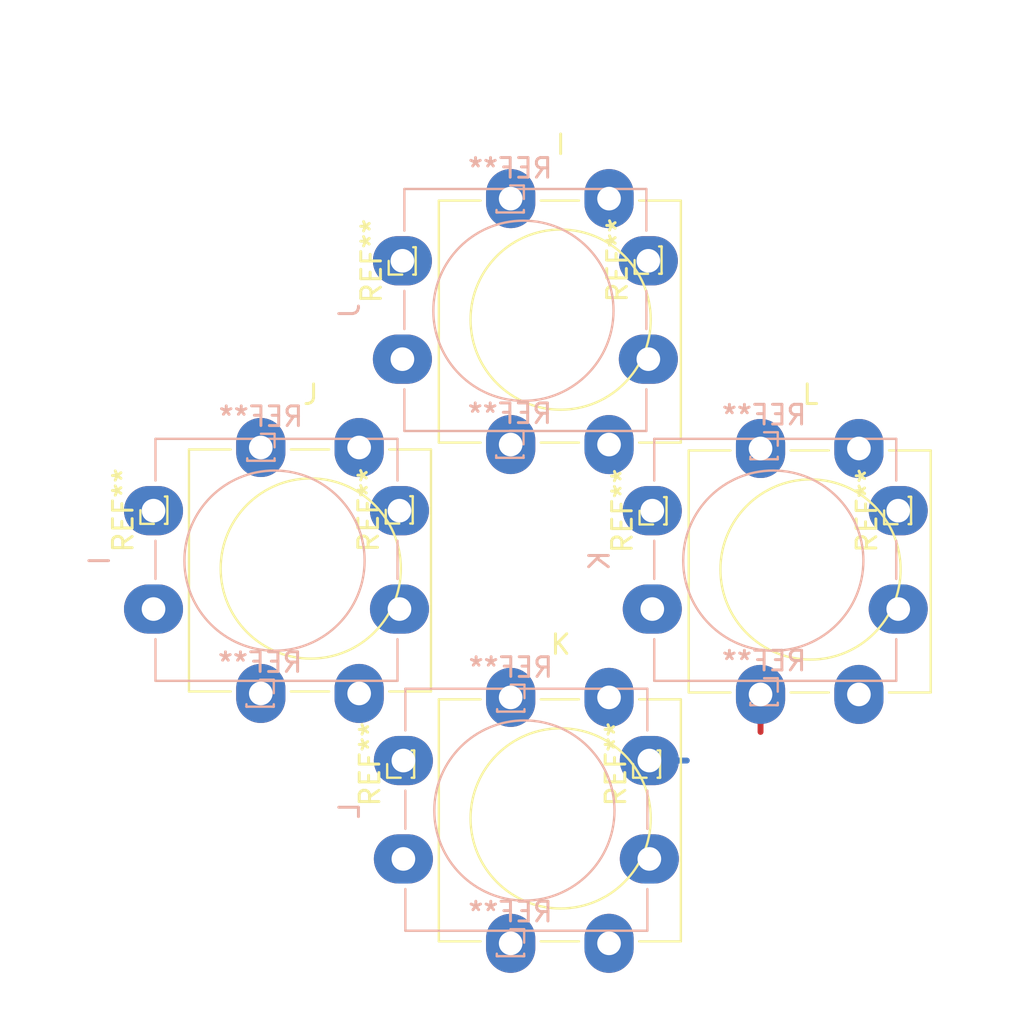
<source format=kicad_pcb>
(kicad_pcb (version 20240108) (generator "pcbnew") (generator_version "8.0")
  (layers (0 "F.Cu" signal) (31 "B.Cu" signal) (34 "B.Paste" user) (35 "F.Paste" user) (36 "B.SilkS" user "B.Silkscreen") (37 "F.SilkS" user "F.Silkscreen") (38 "B.Mask" user) (39 "F.Mask" user) (44 "Edge.Cuts" user))
  (net 0 "")
  (net 1 "GND")
  (net 2 "BTN_I")
  (net 3 "BTN_J")
  (net 4 "BTN_K")
  (net 5 "BTN_L")
  (footprint "Button_Switch_THT:SW_PUSH-12mm_Wuerth-430476085716" (layer "F.Cu") (at 210.82 104.14 90)
    (property "Reference" "SW8" (hide yes))
    (property "Value" "L" (at 15.24 2.54 180) (layer "F.SilkS"))
    (fp_line (start 12.4 -3.65) (end 12.4 -1.53) (stroke (width 0.12)) (layer "F.SilkS"))
    (fp_line (start 0.1 -3.65) (end 12.4 -3.65) (stroke (width 0.12)) (layer "F.SilkS"))
    (fp_line (start 0.1 -1.53) (end 0.1 -3.65) (stroke (width 0.12)) (layer "F.SilkS"))
    (fp_line (start 12.4 1.53) (end 12.4 3.47) (stroke (width 0.12)) (layer "F.SilkS"))
    (fp_line (start 0.1 3.47) (end 0.1 1.53) (stroke (width 0.12)) (layer "F.SilkS"))
    (fp_line (start 12.4 6.53) (end 12.4 8.65) (stroke (width 0.12)) (layer "F.SilkS"))
    (fp_line (start 12.4 8.65) (end 0.1 8.65) (stroke (width 0.12)) (layer "F.SilkS"))
    (fp_line (start 0.1 8.65) (end 0.1 6.53) (stroke (width 0.12)) (layer "F.SilkS"))
    (fp_circle (center 6.35 2.54) (end 10.92905 2.54) (stroke (width 0.12)) (fill none) (layer "F.SilkS"))
    (pad "1" thru_hole oval (at 0 0 90) (size 3 2.5) (drill 1.2) (layers "*.Cu" "*.Mask") (net 5 "BTN_L"))
    (pad "1" thru_hole oval (at 12.5 0 90) (size 3 2.5) (drill 1.2) (layers "*.Cu" "*.Mask") (net 5 "BTN_L"))
    (pad "2" thru_hole oval (at 0 5 90) (size 3 2.5) (drill 1.2) (layers "*.Cu" "*.Mask") (net 1 "GND"))
    (pad "2" thru_hole oval (at 12.5 5 90) (size 3 2.5) (drill 1.2) (layers "*.Cu" "*.Mask") (net 1 "GND"))
  )
  (footprint "Connector_PinHeader_1.00mm:PinHeader_1x01_P1.00mm_Vertical" (layer "F.Cu") (at 192.606798 82.105995 90)
    (property "Reference" "REF**" (at 0 -1.56 90) (layer "F.SilkS"))
    (property "Value" "PinHeader_1x01_P1.00mm_Vertical")
    (fp_line (start -0.695 -0.685) (end 0 -0.685) (stroke (width 0.12)) (layer "F.SilkS"))
    (fp_line (start -0.695 0) (end -0.695 -0.685) (stroke (width 0.12)) (layer "F.SilkS"))
    (fp_line (start 0.695 0.685) (end 0.695 0.56) (stroke (width 0.12)) (layer "F.SilkS"))
    (fp_line (start 0.608276 0.685) (end 0.695 0.685) (stroke (width 0.12)) (layer "F.SilkS"))
    (fp_line (start -0.695 0.685) (end -0.695 0.56) (stroke (width 0.12)) (layer "F.SilkS"))
    (fp_line (start -0.695 0.685) (end 0.695 0.685) (stroke (width 0.12)) (layer "F.SilkS"))
    (fp_line (start -0.695 0.685) (end -0.608276 0.685) (stroke (width 0.12)) (layer "F.SilkS"))
    (pad "1" thru_hole rect (at 0 0 90) (size 0.85 0.85) (drill 0.5) (layers "*.Cu" "*.Mask"))
  )
  (footprint "" (layer "F.Cu") (at 198.145947 104.288513)
    (property "Reference" "" (at 0 0 0) (layer "F.SilkS") (effects (font (size 1.27 1.27))))
    (property "Value" "")
    (pad "1" thru_hole rect (at 0 0 180) (size 0.85 0.85) (drill 0.5) (layers "*.Cu" "*.Mask"))
  )
  (footprint "Connector_PinHeader_1.00mm:PinHeader_1x01_P1.00mm_Vertical" (layer "F.Cu") (at 205.027794 107.68 90)
    (property "Reference" "REF**" (at 0 -1.56 90) (layer "F.SilkS"))
    (property "Value" "PinHeader_1x01_P1.00mm_Vertical")
    (fp_line (start -0.695 -0.685) (end 0 -0.685) (stroke (width 0.12)) (layer "F.SilkS"))
    (fp_line (start -0.695 0) (end -0.695 -0.685) (stroke (width 0.12)) (layer "F.SilkS"))
    (fp_line (start 0.695 0.685) (end 0.695 0.56) (stroke (width 0.12)) (layer "F.SilkS"))
    (fp_line (start 0.608276 0.685) (end 0.695 0.685) (stroke (width 0.12)) (layer "F.SilkS"))
    (fp_line (start -0.695 0.685) (end -0.695 0.56) (stroke (width 0.12)) (layer "F.SilkS"))
    (fp_line (start -0.695 0.685) (end 0.695 0.685) (stroke (width 0.12)) (layer "F.SilkS"))
    (fp_line (start -0.695 0.685) (end -0.608276 0.685) (stroke (width 0.12)) (layer "F.SilkS"))
    (pad "1" thru_hole rect (at 0 0 90) (size 0.85 0.85) (drill 0.5) (layers "*.Cu" "*.Mask"))
  )
  (footprint "" (layer "F.Cu") (at 198.126358 104.303293)
    (property "Reference" "" (at 0 0 0) (layer "F.SilkS") (effects (font (size 1.27 1.27))))
    (property "Value" "")
    (pad "1" thru_hole rect (at 0 0 180) (size 0.85 0.85) (drill 0.5) (layers "*.Cu" "*.Mask"))
  )
  (footprint "" (layer "F.Cu") (at 185.419317 91.602855)
    (property "Reference" "" (at 0 0 0) (layer "F.SilkS") (effects (font (size 1.27 1.27))))
    (property "Value" "")
    (pad "1" thru_hole rect (at 0 0 180) (size 0.85 0.85) (drill 0.5) (layers "*.Cu" "*.Mask"))
  )
  (footprint "" (layer "F.Cu") (at 198.134498 116.800623)
    (property "Reference" "" (at 0 0 0) (layer "F.SilkS") (effects (font (size 1.27 1.27))))
    (property "Value" "")
    (pad "1" thru_hole rect (at 0 0 180) (size 0.85 0.85) (drill 0.5) (layers "*.Cu" "*.Mask"))
  )
  (footprint "Button_Switch_THT:SW_PUSH-12mm_Wuerth-430476085716" (layer "F.Cu") (at 198.12 91.44 90)
    (property "Reference" "SW5" (hide yes))
    (property "Value" "I" (at 15.24 2.54 180) (layer "F.SilkS"))
    (fp_line (start 12.4 -3.65) (end 12.4 -1.53) (stroke (width 0.12)) (layer "F.SilkS"))
    (fp_line (start 0.1 -3.65) (end 12.4 -3.65) (stroke (width 0.12)) (layer "F.SilkS"))
    (fp_line (start 0.1 -1.53) (end 0.1 -3.65) (stroke (width 0.12)) (layer "F.SilkS"))
    (fp_line (start 12.4 1.53) (end 12.4 3.47) (stroke (width 0.12)) (layer "F.SilkS"))
    (fp_line (start 0.1 3.47) (end 0.1 1.53) (stroke (width 0.12)) (layer "F.SilkS"))
    (fp_line (start 12.4 6.53) (end 12.4 8.65) (stroke (width 0.12)) (layer "F.SilkS"))
    (fp_line (start 12.4 8.65) (end 0.1 8.65) (stroke (width 0.12)) (layer "F.SilkS"))
    (fp_line (start 0.1 8.65) (end 0.1 6.53) (stroke (width 0.12)) (layer "F.SilkS"))
    (fp_circle (center 6.35 2.54) (end 10.92905 2.54) (stroke (width 0.12)) (fill none) (layer "F.SilkS"))
    (pad "1" thru_hole oval (at 0 0 90) (size 3 2.5) (drill 1.2) (layers "*.Cu" "*.Mask") (net 2 "BTN_I"))
    (pad "1" thru_hole oval (at 12.5 0 90) (size 3 2.5) (drill 1.2) (layers "*.Cu" "*.Mask") (net 2 "BTN_I"))
    (pad "2" thru_hole oval (at 0 5 90) (size 3 2.5) (drill 1.2) (layers "*.Cu" "*.Mask") (net 1 "GND"))
    (pad "2" thru_hole oval (at 12.5 5 90) (size 3 2.5) (drill 1.2) (layers "*.Cu" "*.Mask") (net 1 "GND"))
  )
  (footprint "Button_Switch_THT:SW_PUSH-12mm_Wuerth-430476085716" (layer "F.Cu") (at 198.12 116.79 90)
    (property "Reference" "SW7" (hide yes))
    (property "Value" "K" (at 15.19 2.54 180) (layer "F.SilkS"))
    (fp_line (start 12.4 -3.65) (end 12.4 -1.53) (stroke (width 0.12)) (layer "F.SilkS"))
    (fp_line (start 0.1 -3.65) (end 12.4 -3.65) (stroke (width 0.12)) (layer "F.SilkS"))
    (fp_line (start 0.1 -1.53) (end 0.1 -3.65) (stroke (width 0.12)) (layer "F.SilkS"))
    (fp_line (start 12.4 1.53) (end 12.4 3.47) (stroke (width 0.12)) (layer "F.SilkS"))
    (fp_line (start 0.1 3.47) (end 0.1 1.53) (stroke (width 0.12)) (layer "F.SilkS"))
    (fp_line (start 12.4 6.53) (end 12.4 8.65) (stroke (width 0.12)) (layer "F.SilkS"))
    (fp_line (start 12.4 8.65) (end 0.1 8.65) (stroke (width 0.12)) (layer "F.SilkS"))
    (fp_line (start 0.1 8.65) (end 0.1 6.53) (stroke (width 0.12)) (layer "F.SilkS"))
    (fp_circle (center 6.35 2.54) (end 10.92905 2.54) (stroke (width 0.12)) (fill none) (layer "F.SilkS"))
    (pad "1" thru_hole oval (at 0 0 90) (size 3 2.5) (drill 1.2) (layers "*.Cu" "*.Mask") (net 4 "BTN_K"))
    (pad "1" thru_hole oval (at 12.5 0 90) (size 3 2.5) (drill 1.2) (layers "*.Cu" "*.Mask") (net 4 "BTN_K"))
    (pad "2" thru_hole oval (at 0 5 90) (size 3 2.5) (drill 1.2) (layers "*.Cu" "*.Mask") (net 1 "GND"))
    (pad "2" thru_hole oval (at 12.5 5 90) (size 3 2.5) (drill 1.2) (layers "*.Cu" "*.Mask") (net 1 "GND"))
  )
  (footprint "Connector_PinHeader_1.00mm:PinHeader_1x01_P1.00mm_Vertical" (layer "F.Cu") (at 192.45687 94.759938 90)
    (property "Reference" "REF**" (at 0 -1.56 90) (layer "F.SilkS"))
    (property "Value" "PinHeader_1x01_P1.00mm_Vertical")
    (fp_line (start -0.695 -0.685) (end 0 -0.685) (stroke (width 0.12)) (layer "F.SilkS"))
    (fp_line (start -0.695 0) (end -0.695 -0.685) (stroke (width 0.12)) (layer "F.SilkS"))
    (fp_line (start 0.695 0.685) (end 0.695 0.56) (stroke (width 0.12)) (layer "F.SilkS"))
    (fp_line (start 0.608276 0.685) (end 0.695 0.685) (stroke (width 0.12)) (layer "F.SilkS"))
    (fp_line (start -0.695 0.685) (end -0.695 0.56) (stroke (width 0.12)) (layer "F.SilkS"))
    (fp_line (start -0.695 0.685) (end 0.695 0.685) (stroke (width 0.12)) (layer "F.SilkS"))
    (fp_line (start -0.695 0.685) (end -0.608276 0.685) (stroke (width 0.12)) (layer "F.SilkS"))
    (pad "1" thru_hole rect (at 0 0 90) (size 0.85 0.85) (drill 0.5) (layers "*.Cu" "*.Mask"))
  )
  (footprint "" (layer "F.Cu") (at 185.341785 104.085442)
    (property "Reference" "" (at 0 0 0) (layer "F.SilkS") (effects (font (size 1.27 1.27))))
    (property "Value" "")
    (pad "1" thru_hole rect (at 0 0 180) (size 0.85 0.85) (drill 0.5) (layers "*.Cu" "*.Mask"))
  )
  (footprint "" (layer "F.Cu") (at 198.138195 78.918301)
    (property "Reference" "" (at 0 0 0) (layer "F.SilkS") (effects (font (size 1.27 1.27))))
    (property "Value" "")
    (pad "1" thru_hole rect (at 0 0 180) (size 0.85 0.85) (drill 0.5) (layers "*.Cu" "*.Mask"))
  )
  (footprint "Connector_PinHeader_1.00mm:PinHeader_1x01_P1.00mm_Vertical" (layer "F.Cu") (at 217.784999 94.789855 90)
    (property "Reference" "REF**" (at 0 -1.56 90) (layer "F.SilkS"))
    (property "Value" "PinHeader_1x01_P1.00mm_Vertical")
    (fp_line (start -0.695 -0.685) (end 0 -0.685) (stroke (width 0.12)) (layer "F.SilkS"))
    (fp_line (start -0.695 0) (end -0.695 -0.685) (stroke (width 0.12)) (layer "F.SilkS"))
    (fp_line (start 0.695 0.685) (end 0.695 0.56) (stroke (width 0.12)) (layer "F.SilkS"))
    (fp_line (start 0.608276 0.685) (end 0.695 0.685) (stroke (width 0.12)) (layer "F.SilkS"))
    (fp_line (start -0.695 0.685) (end -0.695 0.56) (stroke (width 0.12)) (layer "F.SilkS"))
    (fp_line (start -0.695 0.685) (end 0.695 0.685) (stroke (width 0.12)) (layer "F.SilkS"))
    (fp_line (start -0.695 0.685) (end -0.608276 0.685) (stroke (width 0.12)) (layer "F.SilkS"))
    (pad "1" thru_hole rect (at 0 0 90) (size 0.85 0.85) (drill 0.5) (layers "*.Cu" "*.Mask"))
  )
  (footprint "Connector_PinHeader_1.00mm:PinHeader_1x01_P1.00mm_Vertical" (layer "F.Cu") (at 179.985559 94.775596 90)
    (property "Reference" "REF**" (at 0 -1.56 90) (layer "F.SilkS"))
    (property "Value" "PinHeader_1x01_P1.00mm_Vertical")
    (fp_line (start -0.695 -0.685) (end 0 -0.685) (stroke (width 0.12)) (layer "F.SilkS"))
    (fp_line (start -0.695 0) (end -0.695 -0.685) (stroke (width 0.12)) (layer "F.SilkS"))
    (fp_line (start 0.695 0.685) (end 0.695 0.56) (stroke (width 0.12)) (layer "F.SilkS"))
    (fp_line (start 0.608276 0.685) (end 0.695 0.685) (stroke (width 0.12)) (layer "F.SilkS"))
    (fp_line (start -0.695 0.685) (end -0.695 0.56) (stroke (width 0.12)) (layer "F.SilkS"))
    (fp_line (start -0.695 0.685) (end 0.695 0.685) (stroke (width 0.12)) (layer "F.SilkS"))
    (fp_line (start -0.695 0.685) (end -0.608276 0.685) (stroke (width 0.12)) (layer "F.SilkS"))
    (pad "1" thru_hole rect (at 0 0 90) (size 0.85 0.85) (drill 0.5) (layers "*.Cu" "*.Mask"))
  )
  (footprint "" (layer "F.Cu") (at 198.134498 91.447792)
    (property "Reference" "" (at 0 0 0) (layer "F.SilkS") (effects (font (size 1.27 1.27))))
    (property "Value" "")
    (pad "1" thru_hole rect (at 0 0 180) (size 0.85 0.85) (drill 0.5) (layers "*.Cu" "*.Mask"))
  )
  (footprint "Connector_PinHeader_1.00mm:PinHeader_1x01_P1.00mm_Vertical" (layer "F.Cu") (at 192.527794 107.68 90)
    (property "Reference" "REF**" (at 0 -1.56 90) (layer "F.SilkS"))
    (property "Value" "PinHeader_1x01_P1.00mm_Vertical")
    (fp_line (start -0.695 -0.685) (end 0 -0.685) (stroke (width 0.12)) (layer "F.SilkS"))
    (fp_line (start -0.695 0) (end -0.695 -0.685) (stroke (width 0.12)) (layer "F.SilkS"))
    (fp_line (start 0.695 0.685) (end 0.695 0.56) (stroke (width 0.12)) (layer "F.SilkS"))
    (fp_line (start 0.608276 0.685) (end 0.695 0.685) (stroke (width 0.12)) (layer "F.SilkS"))
    (fp_line (start -0.695 0.685) (end -0.695 0.56) (stroke (width 0.12)) (layer "F.SilkS"))
    (fp_line (start -0.695 0.685) (end 0.695 0.685) (stroke (width 0.12)) (layer "F.SilkS"))
    (fp_line (start -0.695 0.685) (end -0.608276 0.685) (stroke (width 0.12)) (layer "F.SilkS"))
    (pad "1" thru_hole rect (at 0 0 90) (size 0.85 0.85) (drill 0.5) (layers "*.Cu" "*.Mask"))
  )
  (footprint "Button_Switch_THT:SW_PUSH-12mm_Wuerth-430476085716" (layer "F.Cu") (at 185.42 104.09 90)
    (property "Reference" "SW6" (hide yes))
    (property "Value" "J" (at 15.19 2.54 180) (layer "F.SilkS"))
    (fp_line (start 12.4 -3.65) (end 12.4 -1.53) (stroke (width 0.12)) (layer "F.SilkS"))
    (fp_line (start 0.1 -3.65) (end 12.4 -3.65) (stroke (width 0.12)) (layer "F.SilkS"))
    (fp_line (start 0.1 -1.53) (end 0.1 -3.65) (stroke (width 0.12)) (layer "F.SilkS"))
    (fp_line (start 12.4 1.53) (end 12.4 3.47) (stroke (width 0.12)) (layer "F.SilkS"))
    (fp_line (start 0.1 3.47) (end 0.1 1.53) (stroke (width 0.12)) (layer "F.SilkS"))
    (fp_line (start 12.4 6.53) (end 12.4 8.65) (stroke (width 0.12)) (layer "F.SilkS"))
    (fp_line (start 12.4 8.65) (end 0.1 8.65) (stroke (width 0.12)) (layer "F.SilkS"))
    (fp_line (start 0.1 8.65) (end 0.1 6.53) (stroke (width 0.12)) (layer "F.SilkS"))
    (fp_circle (center 6.35 2.54) (end 10.92905 2.54) (stroke (width 0.12)) (fill none) (layer "F.SilkS"))
    (pad "1" thru_hole oval (at 0 0 90) (size 3 2.5) (drill 1.2) (layers "*.Cu" "*.Mask") (net 3 "BTN_J"))
    (pad "1" thru_hole oval (at 12.5 0 90) (size 3 2.5) (drill 1.2) (layers "*.Cu" "*.Mask") (net 3 "BTN_J"))
    (pad "2" thru_hole oval (at 0 5 90) (size 3 2.5) (drill 1.2) (layers "*.Cu" "*.Mask") (net 1 "GND"))
    (pad "2" thru_hole oval (at 12.5 5 90) (size 3 2.5) (drill 1.2) (layers "*.Cu" "*.Mask") (net 1 "GND"))
  )
  (footprint "" (layer "F.Cu") (at 211 104)
    (property "Reference" "" (at 0 0 0) (layer "F.SilkS") (effects (font (size 1.27 1.27))))
    (property "Value" "")
    (pad "1" thru_hole rect (at 0 0 180) (size 0.85 0.85) (drill 0.5) (layers "*.Cu" "*.Mask"))
  )
  (footprint "Connector_PinHeader_1.00mm:PinHeader_1x01_P1.00mm_Vertical" (layer "F.Cu") (at 205.105136 82.065649 90)
    (property "Reference" "REF**" (at 0 -1.56 90) (layer "F.SilkS"))
    (property "Value" "PinHeader_1x01_P1.00mm_Vertical")
    (fp_line (start -0.695 -0.685) (end 0 -0.685) (stroke (width 0.12)) (layer "F.SilkS"))
    (fp_line (start -0.695 0) (end -0.695 -0.685) (stroke (width 0.12)) (layer "F.SilkS"))
    (fp_line (start 0.695 0.685) (end 0.695 0.56) (stroke (width 0.12)) (layer "F.SilkS"))
    (fp_line (start 0.608276 0.685) (end 0.695 0.685) (stroke (width 0.12)) (layer "F.SilkS"))
    (fp_line (start -0.695 0.685) (end -0.695 0.56) (stroke (width 0.12)) (layer "F.SilkS"))
    (fp_line (start -0.695 0.685) (end 0.695 0.685) (stroke (width 0.12)) (layer "F.SilkS"))
    (fp_line (start -0.695 0.685) (end -0.608276 0.685) (stroke (width 0.12)) (layer "F.SilkS"))
    (pad "1" thru_hole rect (at 0 0 90) (size 0.85 0.85) (drill 0.5) (layers "*.Cu" "*.Mask"))
  )
  (footprint "Connector_PinHeader_1.00mm:PinHeader_1x01_P1.00mm_Vertical" (layer "F.Cu") (at 205.356504 94.805782 90)
    (property "Reference" "REF**" (at 0 -1.56 90) (layer "F.SilkS"))
    (property "Value" "PinHeader_1x01_P1.00mm_Vertical")
    (fp_line (start -0.695 -0.685) (end 0 -0.685) (stroke (width 0.12)) (layer "F.SilkS"))
    (fp_line (start -0.695 0) (end -0.695 -0.685) (stroke (width 0.12)) (layer "F.SilkS"))
    (fp_line (start 0.695 0.685) (end 0.695 0.56) (stroke (width 0.12)) (layer "F.SilkS"))
    (fp_line (start 0.608276 0.685) (end 0.695 0.685) (stroke (width 0.12)) (layer "F.SilkS"))
    (fp_line (start -0.695 0.685) (end -0.695 0.56) (stroke (width 0.12)) (layer "F.SilkS"))
    (fp_line (start -0.695 0.685) (end 0.695 0.685) (stroke (width 0.12)) (layer "F.SilkS"))
    (fp_line (start -0.695 0.685) (end -0.608276 0.685) (stroke (width 0.12)) (layer "F.SilkS"))
    (pad "1" thru_hole rect (at 0 0 90) (size 0.85 0.85) (drill 0.5) (layers "*.Cu" "*.Mask"))
  )
  (footprint "" (layer "B.Cu") (at 192.630649 82.099317 -90)
    (property "Reference" "" (at 0 0 90) (layer "B.SilkS") (effects (font (size 1.27 1.27)) (justify mirror)))
    (property "Value" "")
    (pad "1" thru_hole rect (at 0 0 90) (size 0.85 0.85) (drill 0.5) (layers "*.Cu" "*.Mask"))
  )
  (footprint "" (layer "B.Cu") (at 179.946095 94.818195 -90)
    (property "Reference" "" (at 0 0 90) (layer "B.SilkS") (effects (font (size 1.27 1.27)) (justify mirror)))
    (property "Value" "")
    (pad "1" thru_hole rect (at 0 0 90) (size 0.85 0.85) (drill 0.5) (layers "*.Cu" "*.Mask"))
  )
  (footprint "Button_Switch_THT:SW_PUSH-12mm_Wuerth-430476085716" (layer "B.Cu") (at 217.817794 94.8 180)
    (property "Reference" "SW7" (hide yes))
    (property "Value" "K" (at 15.19 -2.54 90) (layer "B.SilkS") (effects (justify mirror)))
    (fp_line (start 12.4 3.65) (end 0.1 3.65) (stroke (width 0.12)) (layer "B.SilkS"))
    (fp_line (start 12.4 1.53) (end 12.4 3.65) (stroke (width 0.12)) (layer "B.SilkS"))
    (fp_line (start 12.4 -3.47) (end 12.4 -1.53) (stroke (width 0.12)) (layer "B.SilkS"))
    (fp_line (start 12.4 -8.65) (end 12.4 -6.53) (stroke (width 0.12)) (layer "B.SilkS"))
    (fp_line (start 0.1 3.65) (end 0.1 1.53) (stroke (width 0.12)) (layer "B.SilkS"))
    (fp_line (start 0.1 -1.53) (end 0.1 -3.47) (stroke (width 0.12)) (layer "B.SilkS"))
    (fp_line (start 0.1 -6.53) (end 0.1 -8.65) (stroke (width 0.12)) (layer "B.SilkS"))
    (fp_line (start 0.1 -8.65) (end 12.4 -8.65) (stroke (width 0.12)) (layer "B.SilkS"))
    (fp_circle (center 6.35 -2.54) (end 10.92905 -2.54) (stroke (width 0.12)) (fill none) (layer "B.SilkS"))
    (pad "1" thru_hole oval (at 0 0 180) (size 3 2.5) (drill 1.2) (layers "*.Cu" "*.Mask") (net 4 "BTN_K"))
    (pad "1" thru_hole oval (at 12.5 0 180) (size 3 2.5) (drill 1.2) (layers "*.Cu" "*.Mask") (net 4 "BTN_K"))
    (pad "2" thru_hole oval (at 0 -5 180) (size 3 2.5) (drill 1.2) (layers "*.Cu" "*.Mask") (net 1 "GND"))
    (pad "2" thru_hole oval (at 12.5 -5 180) (size 3 2.5) (drill 1.2) (layers "*.Cu" "*.Mask") (net 1 "GND"))
  )
  (footprint "Connector_PinHeader_1.00mm:PinHeader_1x01_P1.00mm_Vertical" (layer "B.Cu") (at 185.425995 91.579004 180)
    (property "Reference" "REF**" (at 0 1.56 0) (layer "B.SilkS") (effects (justify mirror)))
    (property "Value" "PinHeader_1x01_P1.00mm_Vertical")
    (fp_line (start 0.695 -0.56) (end 0.695 -0.685) (stroke (width 0.12)) (layer "B.SilkS"))
    (fp_line (start 0.695 -0.685) (end 0.608276 -0.685) (stroke (width 0.12)) (layer "B.SilkS"))
    (fp_line (start 0.695 -0.685) (end -0.695 -0.685) (stroke (width 0.12)) (layer "B.SilkS"))
    (fp_line (start 0 0.685) (end -0.695 0.685) (stroke (width 0.12)) (layer "B.SilkS"))
    (fp_line (start -0.608276 -0.685) (end -0.695 -0.685) (stroke (width 0.12)) (layer "B.SilkS"))
    (fp_line (start -0.695 0.685) (end -0.695 0) (stroke (width 0.12)) (layer "B.SilkS"))
    (fp_line (start -0.695 -0.56) (end -0.695 -0.685) (stroke (width 0.12)) (layer "B.SilkS"))
    (pad "1" thru_hole rect (at 0 0 180) (size 0.85 0.85) (drill 0.5) (layers "*.Cu" "*.Mask"))
  )
  (footprint "Connector_PinHeader_1.00mm:PinHeader_1x01_P1.00mm_Vertical" (layer "B.Cu") (at 211 91.5 180)
    (property "Reference" "REF**" (at 0 1.56 0) (layer "B.SilkS") (effects (justify mirror)))
    (property "Value" "PinHeader_1x01_P1.00mm_Vertical")
    (fp_line (start 0.695 -0.56) (end 0.695 -0.685) (stroke (width 0.12)) (layer "B.SilkS"))
    (fp_line (start 0.695 -0.685) (end 0.608276 -0.685) (stroke (width 0.12)) (layer "B.SilkS"))
    (fp_line (start 0.695 -0.685) (end -0.695 -0.685) (stroke (width 0.12)) (layer "B.SilkS"))
    (fp_line (start 0 0.685) (end -0.695 0.685) (stroke (width 0.12)) (layer "B.SilkS"))
    (fp_line (start -0.608276 -0.685) (end -0.695 -0.685) (stroke (width 0.12)) (layer "B.SilkS"))
    (fp_line (start -0.695 0.685) (end -0.695 0) (stroke (width 0.12)) (layer "B.SilkS"))
    (fp_line (start -0.695 -0.56) (end -0.695 -0.685) (stroke (width 0.12)) (layer "B.SilkS"))
    (pad "1" thru_hole rect (at 0 0 180) (size 0.85 0.85) (drill 0.5) (layers "*.Cu" "*.Mask"))
  )
  (footprint "Connector_PinHeader_1.00mm:PinHeader_1x01_P1.00mm_Vertical" (layer "B.Cu") (at 211 104 180)
    (property "Reference" "REF**" (at 0 1.56 0) (layer "B.SilkS") (effects (justify mirror)))
    (property "Value" "PinHeader_1x01_P1.00mm_Vertical")
    (fp_line (start 0.695 -0.56) (end 0.695 -0.685) (stroke (width 0.12)) (layer "B.SilkS"))
    (fp_line (start 0.695 -0.685) (end 0.608276 -0.685) (stroke (width 0.12)) (layer "B.SilkS"))
    (fp_line (start 0.695 -0.685) (end -0.695 -0.685) (stroke (width 0.12)) (layer "B.SilkS"))
    (fp_line (start 0 0.685) (end -0.695 0.685) (stroke (width 0.12)) (layer "B.SilkS"))
    (fp_line (start -0.608276 -0.685) (end -0.695 -0.685) (stroke (width 0.12)) (layer "B.SilkS"))
    (fp_line (start -0.695 0.685) (end -0.695 0) (stroke (width 0.12)) (layer "B.SilkS"))
    (fp_line (start -0.695 -0.56) (end -0.695 -0.685) (stroke (width 0.12)) (layer "B.SilkS"))
    (pad "1" thru_hole rect (at 0 0 180) (size 0.85 0.85) (drill 0.5) (layers "*.Cu" "*.Mask"))
  )
  (footprint "" (layer "B.Cu") (at 217.828417 94.814498 -90)
    (property "Reference" "" (at 0 0 90) (layer "B.SilkS") (effects (font (size 1.27 1.27)) (justify mirror)))
    (property "Value" "")
    (pad "1" thru_hole rect (at 0 0 90) (size 0.85 0.85) (drill 0.5) (layers "*.Cu" "*.Mask"))
  )
  (footprint "" (layer "B.Cu") (at 205.113236 82.021785 -90)
    (property "Reference" "" (at 0 0 90) (layer "B.SilkS") (effects (font (size 1.27 1.27)) (justify mirror)))
    (property "Value" "")
    (pad "1" thru_hole rect (at 0 0 90) (size 0.85 0.85) (drill 0.5) (layers "*.Cu" "*.Mask"))
  )
  (footprint "" (layer "B.Cu") (at 205.331087 94.806358 -90)
    (property "Reference" "" (at 0 0 90) (layer "B.SilkS") (effects (font (size 1.27 1.27)) (justify mirror)))
    (property "Value" "")
    (pad "1" thru_hole rect (at 0 0 90) (size 0.85 0.85) (drill 0.5) (layers "*.Cu" "*.Mask"))
  )
  (footprint "Connector_PinHeader_1.00mm:PinHeader_1x01_P1.00mm_Vertical" (layer "B.Cu") (at 198.109855 116.757205 180)
    (property "Reference" "REF**" (at 0 1.56 0) (layer "B.SilkS") (effects (justify mirror)))
    (property "Value" "PinHeader_1x01_P1.00mm_Vertical")
    (fp_line (start 0.695 -0.56) (end 0.695 -0.685) (stroke (width 0.12)) (layer "B.SilkS"))
    (fp_line (start 0.695 -0.685) (end 0.608276 -0.685) (stroke (width 0.12)) (layer "B.SilkS"))
    (fp_line (start 0.695 -0.685) (end -0.695 -0.685) (stroke (width 0.12)) (layer "B.SilkS"))
    (fp_line (start 0 0.685) (end -0.695 0.685) (stroke (width 0.12)) (layer "B.SilkS"))
    (fp_line (start -0.608276 -0.685) (end -0.695 -0.685) (stroke (width 0.12)) (layer "B.SilkS"))
    (fp_line (start -0.695 0.685) (end -0.695 0) (stroke (width 0.12)) (layer "B.SilkS"))
    (fp_line (start -0.695 -0.56) (end -0.695 -0.685) (stroke (width 0.12)) (layer "B.SilkS"))
    (pad "1" thru_hole rect (at 0 0 180) (size 0.85 0.85) (drill 0.5) (layers "*.Cu" "*.Mask"))
  )
  (footprint "Button_Switch_THT:SW_PUSH-12mm_Wuerth-430476085716" (layer "B.Cu") (at 205.117794 82.1 180)
    (property "Reference" "SW6" (hide yes))
    (property "Value" "J" (at 15.19 -2.54 90) (layer "B.SilkS") (effects (justify mirror)))
    (fp_line (start 12.4 3.65) (end 0.1 3.65) (stroke (width 0.12)) (layer "B.SilkS"))
    (fp_line (start 12.4 1.53) (end 12.4 3.65) (stroke (width 0.12)) (layer "B.SilkS"))
    (fp_line (start 12.4 -3.47) (end 12.4 -1.53) (stroke (width 0.12)) (layer "B.SilkS"))
    (fp_line (start 12.4 -8.65) (end 12.4 -6.53) (stroke (width 0.12)) (layer "B.SilkS"))
    (fp_line (start 0.1 3.65) (end 0.1 1.53) (stroke (width 0.12)) (layer "B.SilkS"))
    (fp_line (start 0.1 -1.53) (end 0.1 -3.47) (stroke (width 0.12)) (layer "B.SilkS"))
    (fp_line (start 0.1 -6.53) (end 0.1 -8.65) (stroke (width 0.12)) (layer "B.SilkS"))
    (fp_line (start 0.1 -8.65) (end 12.4 -8.65) (stroke (width 0.12)) (layer "B.SilkS"))
    (fp_circle (center 6.35 -2.54) (end 10.92905 -2.54) (stroke (width 0.12)) (fill none) (layer "B.SilkS"))
    (pad "1" thru_hole oval (at 0 0 180) (size 3 2.5) (drill 1.2) (layers "*.Cu" "*.Mask") (net 3 "BTN_J"))
    (pad "1" thru_hole oval (at 12.5 0 180) (size 3 2.5) (drill 1.2) (layers "*.Cu" "*.Mask") (net 3 "BTN_J"))
    (pad "2" thru_hole oval (at 0 -5 180) (size 3 2.5) (drill 1.2) (layers "*.Cu" "*.Mask") (net 1 "GND"))
    (pad "2" thru_hole oval (at 12.5 -5 180) (size 3 2.5) (drill 1.2) (layers "*.Cu" "*.Mask") (net 1 "GND"))
  )
  (footprint "Connector_PinHeader_1.00mm:PinHeader_1x01_P1.00mm_Vertical" (layer "B.Cu") (at 185.385649 104.077342 180)
    (property "Reference" "REF**" (at 0 1.56 0) (layer "B.SilkS") (effects (justify mirror)))
    (property "Value" "PinHeader_1x01_P1.00mm_Vertical")
    (fp_line (start 0.695 -0.56) (end 0.695 -0.685) (stroke (width 0.12)) (layer "B.SilkS"))
    (fp_line (start 0.695 -0.685) (end 0.608276 -0.685) (stroke (width 0.12)) (layer "B.SilkS"))
    (fp_line (start 0.695 -0.685) (end -0.695 -0.685) (stroke (width 0.12)) (layer "B.SilkS"))
    (fp_line (start 0 0.685) (end -0.695 0.685) (stroke (width 0.12)) (layer "B.SilkS"))
    (fp_line (start -0.608276 -0.685) (end -0.695 -0.685) (stroke (width 0.12)) (layer "B.SilkS"))
    (fp_line (start -0.695 0.685) (end -0.695 0) (stroke (width 0.12)) (layer "B.SilkS"))
    (fp_line (start -0.695 -0.56) (end -0.695 -0.685) (stroke (width 0.12)) (layer "B.SilkS"))
    (pad "1" thru_hole rect (at 0 0 180) (size 0.85 0.85) (drill 0.5) (layers "*.Cu" "*.Mask"))
  )
  (footprint "Connector_PinHeader_1.00mm:PinHeader_1x01_P1.00mm_Vertical" (layer "B.Cu") (at 198.095596 78.957765 180)
    (property "Reference" "REF**" (at 0 1.56 0) (layer "B.SilkS") (effects (justify mirror)))
    (property "Value" "PinHeader_1x01_P1.00mm_Vertical")
    (fp_line (start 0.695 -0.56) (end 0.695 -0.685) (stroke (width 0.12)) (layer "B.SilkS"))
    (fp_line (start 0.695 -0.685) (end 0.608276 -0.685) (stroke (width 0.12)) (layer "B.SilkS"))
    (fp_line (start 0.695 -0.685) (end -0.695 -0.685) (stroke (width 0.12)) (layer "B.SilkS"))
    (fp_line (start 0 0.685) (end -0.695 0.685) (stroke (width 0.12)) (layer "B.SilkS"))
    (fp_line (start -0.608276 -0.685) (end -0.695 -0.685) (stroke (width 0.12)) (layer "B.SilkS"))
    (fp_line (start -0.695 0.685) (end -0.695 0) (stroke (width 0.12)) (layer "B.SilkS"))
    (fp_line (start -0.695 -0.56) (end -0.695 -0.685) (stroke (width 0.12)) (layer "B.SilkS"))
    (pad "1" thru_hole rect (at 0 0 180) (size 0.85 0.85) (drill 0.5) (layers "*.Cu" "*.Mask"))
  )
  (footprint "Connector_PinHeader_1.00mm:PinHeader_1x01_P1.00mm_Vertical" (layer "B.Cu") (at 198.079938 91.429076 180)
    (property "Reference" "REF**" (at 0 1.56 0) (layer "B.SilkS") (effects (justify mirror)))
    (property "Value" "PinHeader_1x01_P1.00mm_Vertical")
    (fp_line (start 0.695 -0.56) (end 0.695 -0.685) (stroke (width 0.12)) (layer "B.SilkS"))
    (fp_line (start 0.695 -0.685) (end 0.608276 -0.685) (stroke (width 0.12)) (layer "B.SilkS"))
    (fp_line (start 0.695 -0.685) (end -0.695 -0.685) (stroke (width 0.12)) (layer "B.SilkS"))
    (fp_line (start 0 0.685) (end -0.695 0.685) (stroke (width 0.12)) (layer "B.SilkS"))
    (fp_line (start -0.608276 -0.685) (end -0.695 -0.685) (stroke (width 0.12)) (layer "B.SilkS"))
    (fp_line (start -0.695 0.685) (end -0.695 0) (stroke (width 0.12)) (layer "B.SilkS"))
    (fp_line (start -0.695 -0.56) (end -0.695 -0.685) (stroke (width 0.12)) (layer "B.SilkS"))
    (pad "1" thru_hole rect (at 0 0 180) (size 0.85 0.85) (drill 0.5) (layers "*.Cu" "*.Mask"))
  )
  (footprint "Button_Switch_THT:SW_PUSH-12mm_Wuerth-430476085716" (layer "B.Cu") (at 205.167794 107.5 180)
    (property "Reference" "SW8" (hide yes))
    (property "Value" "L" (at 15.24 -2.54 90) (layer "B.SilkS") (effects (justify mirror)))
    (fp_line (start 12.4 3.65) (end 0.1 3.65) (stroke (width 0.12)) (layer "B.SilkS"))
    (fp_line (start 12.4 1.53) (end 12.4 3.65) (stroke (width 0.12)) (layer "B.SilkS"))
    (fp_line (start 12.4 -3.47) (end 12.4 -1.53) (stroke (width 0.12)) (layer "B.SilkS"))
    (fp_line (start 12.4 -8.65) (end 12.4 -6.53) (stroke (width 0.12)) (layer "B.SilkS"))
    (fp_line (start 0.1 3.65) (end 0.1 1.53) (stroke (width 0.12)) (layer "B.SilkS"))
    (fp_line (start 0.1 -1.53) (end 0.1 -3.47) (stroke (width 0.12)) (layer "B.SilkS"))
    (fp_line (start 0.1 -6.53) (end 0.1 -8.65) (stroke (width 0.12)) (layer "B.SilkS"))
    (fp_line (start 0.1 -8.65) (end 12.4 -8.65) (stroke (width 0.12)) (layer "B.SilkS"))
    (fp_circle (center 6.35 -2.54) (end 10.92905 -2.54) (stroke (width 0.12)) (fill none) (layer "B.SilkS"))
    (pad "1" thru_hole oval (at 0 0 180) (size 3 2.5) (drill 1.2) (layers "*.Cu" "*.Mask") (net 5 "BTN_L"))
    (pad "1" thru_hole oval (at 12.5 0 180) (size 3 2.5) (drill 1.2) (layers "*.Cu" "*.Mask") (net 5 "BTN_L"))
    (pad "2" thru_hole oval (at 0 -5 180) (size 3 2.5) (drill 1.2) (layers "*.Cu" "*.Mask") (net 1 "GND"))
    (pad "2" thru_hole oval (at 12.5 -5 180) (size 3 2.5) (drill 1.2) (layers "*.Cu" "*.Mask") (net 1 "GND"))
  )
  (footprint "Connector_PinHeader_1.00mm:PinHeader_1x01_P1.00mm_Vertical" (layer "B.Cu") (at 198.125782 104.32871 180)
    (property "Reference" "REF**" (at 0 1.56 0) (layer "B.SilkS") (effects (justify mirror)))
    (property "Value" "PinHeader_1x01_P1.00mm_Vertical")
    (fp_line (start 0.695 -0.56) (end 0.695 -0.685) (stroke (width 0.12)) (layer "B.SilkS"))
    (fp_line (start 0.695 -0.685) (end 0.608276 -0.685) (stroke (width 0.12)) (layer "B.SilkS"))
    (fp_line (start 0.695 -0.685) (end -0.695 -0.685) (stroke (width 0.12)) (layer "B.SilkS"))
    (fp_line (start 0 0.685) (end -0.695 0.685) (stroke (width 0.12)) (layer "B.SilkS"))
    (fp_line (start -0.608276 -0.685) (end -0.695 -0.685) (stroke (width 0.12)) (layer "B.SilkS"))
    (fp_line (start -0.695 0.685) (end -0.695 0) (stroke (width 0.12)) (layer "B.SilkS"))
    (fp_line (start -0.695 -0.56) (end -0.695 -0.685) (stroke (width 0.12)) (layer "B.SilkS"))
    (pad "1" thru_hole rect (at 0 0 180) (size 0.85 0.85) (drill 0.5) (layers "*.Cu" "*.Mask"))
  )
  (footprint "Button_Switch_THT:SW_PUSH-12mm_Wuerth-430476085716" (layer "B.Cu") (at 192.467794 94.8 180)
    (property "Reference" "SW5" (hide yes))
    (property "Value" "I" (at 15.24 -2.54 90) (layer "B.SilkS") (effects (justify mirror)))
    (fp_line (start 12.4 3.65) (end 0.1 3.65) (stroke (width 0.12)) (layer "B.SilkS"))
    (fp_line (start 12.4 1.53) (end 12.4 3.65) (stroke (width 0.12)) (layer "B.SilkS"))
    (fp_line (start 12.4 -3.47) (end 12.4 -1.53) (stroke (width 0.12)) (layer "B.SilkS"))
    (fp_line (start 12.4 -8.65) (end 12.4 -6.53) (stroke (width 0.12)) (layer "B.SilkS"))
    (fp_line (start 0.1 3.65) (end 0.1 1.53) (stroke (width 0.12)) (layer "B.SilkS"))
    (fp_line (start 0.1 -1.53) (end 0.1 -3.47) (stroke (width 0.12)) (layer "B.SilkS"))
    (fp_line (start 0.1 -6.53) (end 0.1 -8.65) (stroke (width 0.12)) (layer "B.SilkS"))
    (fp_line (start 0.1 -8.65) (end 12.4 -8.65) (stroke (width 0.12)) (layer "B.SilkS"))
    (fp_circle (center 6.35 -2.54) (end 10.92905 -2.54) (stroke (width 0.12)) (fill none) (layer "B.SilkS"))
    (pad "1" thru_hole oval (at 0 0 180) (size 3 2.5) (drill 1.2) (layers "*.Cu" "*.Mask") (net 2 "BTN_I"))
    (pad "1" thru_hole oval (at 12.5 0 180) (size 3 2.5) (drill 1.2) (layers "*.Cu" "*.Mask") (net 2 "BTN_I"))
    (pad "2" thru_hole oval (at 0 -5 180) (size 3 2.5) (drill 1.2) (layers "*.Cu" "*.Mask") (net 1 "GND"))
    (pad "2" thru_hole oval (at 12.5 -5 180) (size 3 2.5) (drill 1.2) (layers "*.Cu" "*.Mask") (net 1 "GND"))
  )
  (footprint "" (layer "B.Cu") (at 192.475586 94.814498 -90)
    (property "Reference" "" (at 0 0 90) (layer "B.SilkS") (effects (font (size 1.27 1.27)) (justify mirror)))
    (property "Value" "")
    (pad "1" thru_hole rect (at 0 0 90) (size 0.85 0.85) (drill 0.5) (layers "*.Cu" "*.Mask"))
  )
  (footprint "" (layer "B.Cu") (at 205.027794 107.68 -90)
    (property "Reference" "" (at 0 0 90) (layer "B.SilkS") (effects (font (size 1.27 1.27)) (justify mirror)))
    (property "Value" "")
    (pad "1" thru_hole rect (at 0 0 90) (size 0.85 0.85) (drill 0.5) (layers "*.Cu" "*.Mask"))
  )
  (footprint "" (layer "B.Cu") (at 205.316307 94.825947 -90)
    (property "Reference" "" (at 0 0 90) (layer "B.SilkS") (effects (font (size 1.27 1.27)) (justify mirror)))
    (property "Value" "")
    (pad "1" thru_hole rect (at 0 0 90) (size 0.85 0.85) (drill 0.5) (layers "*.Cu" "*.Mask"))
  )
  (segment (start 210.82 106.045) (end 210.82 104.14) (width 0.3) (layer "F.Cu") (net 5))
  (segment (start 207.072794 107.5) (end 205.167794 107.5) (width 0.3) (layer "B.Cu") (net 5))
)
</source>
